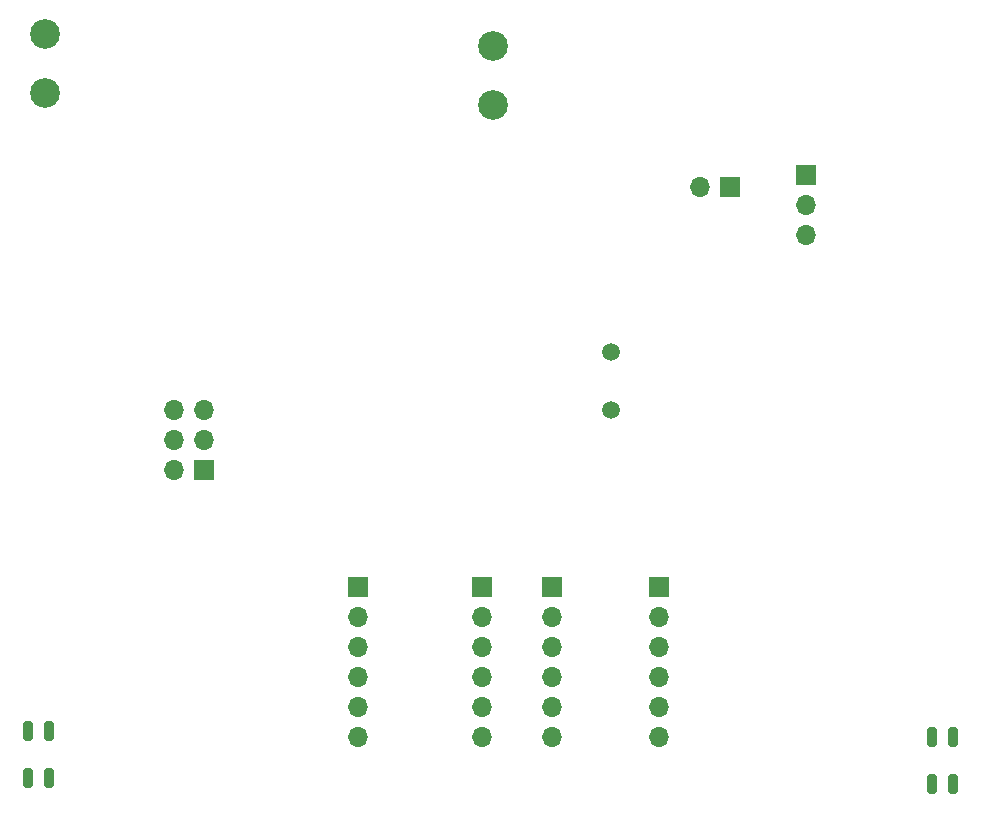
<source format=gbr>
%TF.GenerationSoftware,KiCad,Pcbnew,8.0.1*%
%TF.CreationDate,2024-06-07T20:18:40+02:00*%
%TF.ProjectId,minisumo,6d696e69-7375-46d6-9f2e-6b696361645f,rev?*%
%TF.SameCoordinates,Original*%
%TF.FileFunction,Soldermask,Bot*%
%TF.FilePolarity,Negative*%
%FSLAX46Y46*%
G04 Gerber Fmt 4.6, Leading zero omitted, Abs format (unit mm)*
G04 Created by KiCad (PCBNEW 8.0.1) date 2024-06-07 20:18:40*
%MOMM*%
%LPD*%
G01*
G04 APERTURE LIST*
G04 Aperture macros list*
%AMRoundRect*
0 Rectangle with rounded corners*
0 $1 Rounding radius*
0 $2 $3 $4 $5 $6 $7 $8 $9 X,Y pos of 4 corners*
0 Add a 4 corners polygon primitive as box body*
4,1,4,$2,$3,$4,$5,$6,$7,$8,$9,$2,$3,0*
0 Add four circle primitives for the rounded corners*
1,1,$1+$1,$2,$3*
1,1,$1+$1,$4,$5*
1,1,$1+$1,$6,$7*
1,1,$1+$1,$8,$9*
0 Add four rect primitives between the rounded corners*
20,1,$1+$1,$2,$3,$4,$5,0*
20,1,$1+$1,$4,$5,$6,$7,0*
20,1,$1+$1,$6,$7,$8,$9,0*
20,1,$1+$1,$8,$9,$2,$3,0*%
G04 Aperture macros list end*
%ADD10R,1.700000X1.700000*%
%ADD11O,1.700000X1.700000*%
%ADD12C,1.500000*%
%ADD13C,2.524000*%
%ADD14RoundRect,0.197500X0.197500X0.632500X-0.197500X0.632500X-0.197500X-0.632500X0.197500X-0.632500X0*%
%ADD15RoundRect,0.197500X-0.197500X-0.632500X0.197500X-0.632500X0.197500X0.632500X-0.197500X0.632500X0*%
G04 APERTURE END LIST*
D10*
%TO.C,J4*%
X71000000Y-132300000D03*
D11*
X71000000Y-134840000D03*
X71000000Y-137380000D03*
X71000000Y-139920000D03*
X71000000Y-142460000D03*
X71000000Y-145000000D03*
%TD*%
D10*
%TO.C,J5*%
X81500000Y-132300000D03*
D11*
X81500000Y-134840000D03*
X81500000Y-137380000D03*
X81500000Y-139920000D03*
X81500000Y-142460000D03*
X81500000Y-145000000D03*
%TD*%
D12*
%TO.C,Y1*%
X92500000Y-117350000D03*
X92500000Y-112450000D03*
%TD*%
D13*
%TO.C,M2*%
X82500000Y-91500000D03*
X82500000Y-86500000D03*
%TD*%
D10*
%TO.C,J1*%
X58010000Y-122470000D03*
D11*
X55470000Y-122470000D03*
X58010000Y-119930000D03*
X55470000Y-119930000D03*
X58010000Y-117390000D03*
X55470000Y-117390000D03*
%TD*%
D10*
%TO.C,J3*%
X109000000Y-97420000D03*
D11*
X109000000Y-99960000D03*
X109000000Y-102500000D03*
%TD*%
D10*
%TO.C,J6*%
X87500000Y-132300000D03*
D11*
X87500000Y-134840000D03*
X87500000Y-137380000D03*
X87500000Y-139920000D03*
X87500000Y-142460000D03*
X87500000Y-145000000D03*
%TD*%
D10*
%TO.C,J2*%
X102500000Y-98460000D03*
D11*
X99960000Y-98460000D03*
%TD*%
D10*
%TO.C,J7*%
X96500000Y-132300000D03*
D11*
X96500000Y-134840000D03*
X96500000Y-137380000D03*
X96500000Y-139920000D03*
X96500000Y-142460000D03*
X96500000Y-145000000D03*
%TD*%
D13*
%TO.C,M1*%
X44500000Y-90500000D03*
X44500000Y-85500000D03*
%TD*%
D14*
%TO.C,U4*%
X121400000Y-149000000D03*
X121400000Y-145000000D03*
X119600000Y-149000000D03*
X119600000Y-145000000D03*
%TD*%
D15*
%TO.C,U5*%
X43100000Y-144500000D03*
X43100000Y-148500000D03*
X44900000Y-144500000D03*
X44900000Y-148500000D03*
%TD*%
M02*

</source>
